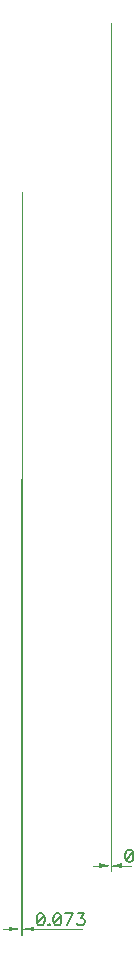
<source format=gbr>
G04 DipTrace 5.1.0.3*
G04 Íèæíèéðàçìåð.gbr*
%MOMM*%
G04 #@! TF.FileFunction,Drawing,Bot*
G04 #@! TF.Part,Single*
%ADD13C,0.03*%
%ADD110C,0.15686*%
%FSLAX35Y35*%
G04*
G71*
G90*
G75*
G01*
G04 BotDimension*
%LPD*%
X2491538Y3290461D2*
D13*
Y-569337D1*
X2498837Y5719070D2*
Y-569337D1*
X2491538Y-519337D2*
X2498837D1*
X2341538D2*
X2391538D1*
G36*
X2491538D2*
X2391538Y-539337D1*
Y-499337D1*
X2491538Y-519337D1*
G37*
X2648837D2*
D13*
X2598837D1*
G36*
X2498837D2*
X2598837Y-499337D1*
Y-539337D1*
X2498837Y-519337D1*
G37*
X3006332D2*
D13*
X2498837D1*
X3249140Y1838063D2*
Y-31003D1*
X3249134Y7151863D2*
Y-31003D1*
Y18997D2*
X3249140D1*
X3099134D2*
X3149134D1*
G36*
X3249134D2*
X3149134Y-1003D1*
Y38997D1*
X3249134Y18997D1*
G37*
X3399140D2*
D13*
X3349140D1*
G36*
X3249140D2*
X3349140Y38997D1*
Y-1003D1*
X3249140Y18997D1*
G37*
X3417198D2*
D13*
X3249140D1*
X2651566Y-386346D2*
D110*
X2636966Y-391175D1*
X2627196Y-405775D1*
X2622366Y-430034D1*
Y-444634D1*
X2627196Y-468892D1*
X2636966Y-483492D1*
X2651566Y-488321D1*
X2661225D1*
X2675825Y-483492D1*
X2685483Y-468892D1*
X2690425Y-444634D1*
Y-430034D1*
X2685483Y-405775D1*
X2675825Y-391175D1*
X2661225Y-386346D1*
X2651566D1*
X2685483Y-405775D2*
X2627196Y-468892D1*
X2726627Y-478551D2*
X2721797Y-483492D1*
X2726627Y-488321D1*
X2731568Y-483492D1*
X2726627Y-478551D1*
X2792141Y-386346D2*
X2777541Y-391175D1*
X2767770Y-405775D1*
X2762941Y-430034D1*
Y-444634D1*
X2767770Y-468892D1*
X2777541Y-483492D1*
X2792141Y-488321D1*
X2801799D1*
X2816399Y-483492D1*
X2826058Y-468892D1*
X2830999Y-444634D1*
Y-430034D1*
X2826058Y-405775D1*
X2816399Y-391175D1*
X2801799Y-386346D1*
X2792141D1*
X2826058Y-405775D2*
X2767770Y-468892D1*
X2881801Y-488321D2*
X2930430Y-386346D1*
X2862372D1*
X2971573D2*
X3024920D1*
X2995832Y-425204D1*
X3010432D1*
X3020090Y-430034D1*
X3024920Y-434863D1*
X3029861Y-449463D1*
Y-459121D1*
X3024920Y-473721D1*
X3015261Y-483492D1*
X3000661Y-488321D1*
X2986061D1*
X2971573Y-483492D1*
X2966744Y-478551D1*
X2961803Y-468892D1*
X3401869Y151987D2*
X3387269Y147158D1*
X3377498Y132558D1*
X3372669Y108300D1*
Y93700D1*
X3377498Y69441D1*
X3387269Y54841D1*
X3401869Y50012D1*
X3411528D1*
X3426128Y54841D1*
X3435786Y69441D1*
X3440728Y93700D1*
Y108300D1*
X3435786Y132558D1*
X3426128Y147158D1*
X3411528Y151987D1*
X3401869D1*
X3435786Y132558D2*
X3377498Y69441D1*
M02*

</source>
